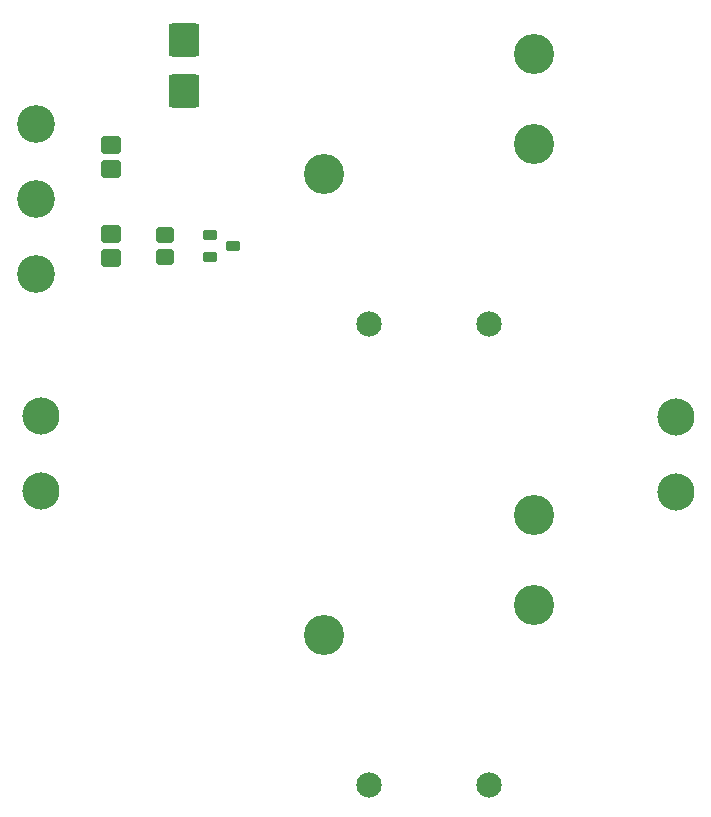
<source format=gts>
G04*
G04 #@! TF.GenerationSoftware,Altium Limited,Altium Designer,21.4.1 (30)*
G04*
G04 Layer_Color=8388736*
%FSLAX25Y25*%
%MOIN*%
G70*
G04*
G04 #@! TF.SameCoordinates,A6571A55-D74C-4003-A557-C9CE236E7139*
G04*
G04*
G04 #@! TF.FilePolarity,Negative*
G04*
G01*
G75*
G04:AMPARAMS|DCode=16|XSize=102.36mil|YSize=110.24mil|CornerRadius=10.19mil|HoleSize=0mil|Usage=FLASHONLY|Rotation=180.000|XOffset=0mil|YOffset=0mil|HoleType=Round|Shape=RoundedRectangle|*
%AMROUNDEDRECTD16*
21,1,0.10236,0.08986,0,0,180.0*
21,1,0.08199,0.11024,0,0,180.0*
1,1,0.02037,-0.04099,0.04493*
1,1,0.02037,0.04099,0.04493*
1,1,0.02037,0.04099,-0.04493*
1,1,0.02037,-0.04099,-0.04493*
%
%ADD16ROUNDEDRECTD16*%
G04:AMPARAMS|DCode=17|XSize=59.06mil|YSize=66.93mil|CornerRadius=6.94mil|HoleSize=0mil|Usage=FLASHONLY|Rotation=90.000|XOffset=0mil|YOffset=0mil|HoleType=Round|Shape=RoundedRectangle|*
%AMROUNDEDRECTD17*
21,1,0.05906,0.05305,0,0,90.0*
21,1,0.04518,0.06693,0,0,90.0*
1,1,0.01388,0.02653,0.02259*
1,1,0.01388,0.02653,-0.02259*
1,1,0.01388,-0.02653,-0.02259*
1,1,0.01388,-0.02653,0.02259*
%
%ADD17ROUNDEDRECTD17*%
G04:AMPARAMS|DCode=18|XSize=53.15mil|YSize=57.09mil|CornerRadius=6.5mil|HoleSize=0mil|Usage=FLASHONLY|Rotation=90.000|XOffset=0mil|YOffset=0mil|HoleType=Round|Shape=RoundedRectangle|*
%AMROUNDEDRECTD18*
21,1,0.05315,0.04409,0,0,90.0*
21,1,0.04016,0.05709,0,0,90.0*
1,1,0.01299,0.02205,0.02008*
1,1,0.01299,0.02205,-0.02008*
1,1,0.01299,-0.02205,-0.02008*
1,1,0.01299,-0.02205,0.02008*
%
%ADD18ROUNDEDRECTD18*%
G04:AMPARAMS|DCode=19|XSize=35.43mil|YSize=45.28mil|CornerRadius=5.17mil|HoleSize=0mil|Usage=FLASHONLY|Rotation=90.000|XOffset=0mil|YOffset=0mil|HoleType=Round|Shape=RoundedRectangle|*
%AMROUNDEDRECTD19*
21,1,0.03543,0.03494,0,0,90.0*
21,1,0.02510,0.04528,0,0,90.0*
1,1,0.01034,0.01747,0.01255*
1,1,0.01034,0.01747,-0.01255*
1,1,0.01034,-0.01747,-0.01255*
1,1,0.01034,-0.01747,0.01255*
%
%ADD19ROUNDEDRECTD19*%
%ADD20C,0.08465*%
%ADD21C,0.13386*%
%ADD22C,0.12402*%
%ADD23C,0.12614*%
D16*
X-86000Y116535D02*
D03*
Y133465D02*
D03*
D17*
X-110236Y68898D02*
D03*
Y61024D02*
D03*
Y90551D02*
D03*
Y98425D02*
D03*
D18*
X-92520Y68701D02*
D03*
Y61221D02*
D03*
D19*
X-77498Y68701D02*
D03*
Y61221D02*
D03*
X-69746Y64961D02*
D03*
D20*
X15630Y38819D02*
D03*
X-24370D02*
D03*
X15630Y-114724D02*
D03*
X-24370D02*
D03*
D21*
X-39370Y88819D02*
D03*
X30630Y128819D02*
D03*
Y98819D02*
D03*
X-39370Y-64724D02*
D03*
X30630Y-24724D02*
D03*
Y-54724D02*
D03*
D22*
X77953Y-17224D02*
D03*
Y7776D02*
D03*
X-133858Y8169D02*
D03*
Y-16831D02*
D03*
D23*
X-135433Y105709D02*
D03*
Y80709D02*
D03*
Y55709D02*
D03*
M02*

</source>
